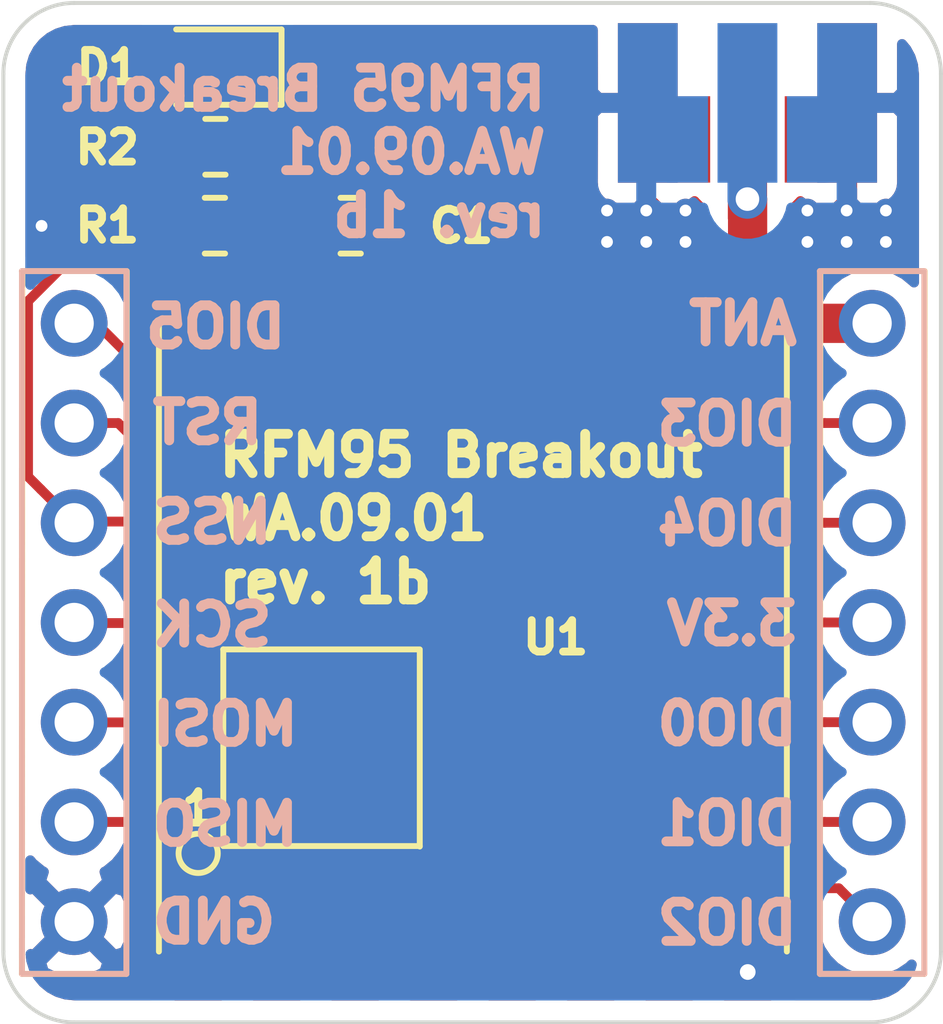
<source format=kicad_pcb>
(kicad_pcb (version 20171130) (host pcbnew "(5.1.4)-1")

  (general
    (thickness 1.6)
    (drawings 29)
    (tracks 95)
    (zones 0)
    (modules 8)
    (nets 16)
  )

  (page A4)
  (title_block
    (title "RFM95 Breakout Board")
    (date 2018-10-14)
    (rev 1b)
    (company WA)
  )

  (layers
    (0 F.Cu signal)
    (31 B.Cu signal)
    (32 B.Adhes user)
    (33 F.Adhes user)
    (34 B.Paste user)
    (35 F.Paste user)
    (36 B.SilkS user)
    (37 F.SilkS user)
    (38 B.Mask user)
    (39 F.Mask user)
    (40 Dwgs.User user)
    (41 Cmts.User user)
    (42 Eco1.User user)
    (43 Eco2.User user)
    (44 Edge.Cuts user)
    (45 Margin user)
    (46 B.CrtYd user)
    (47 F.CrtYd user)
    (48 B.Fab user)
    (49 F.Fab user)
  )

  (setup
    (last_trace_width 0.508)
    (user_trace_width 0.508)
    (user_trace_width 0.6)
    (user_trace_width 1)
    (trace_clearance 0.2)
    (zone_clearance 0.508)
    (zone_45_only no)
    (trace_min 0.2)
    (via_size 0.8)
    (via_drill 0.4)
    (via_min_size 0.4)
    (via_min_drill 0.3)
    (uvia_size 0.3)
    (uvia_drill 0.1)
    (uvias_allowed no)
    (uvia_min_size 0.2)
    (uvia_min_drill 0.1)
    (edge_width 0.1)
    (segment_width 0.1)
    (pcb_text_width 0.3)
    (pcb_text_size 1.5 1.5)
    (mod_edge_width 0.15)
    (mod_text_size 1 1)
    (mod_text_width 0.25)
    (pad_size 1.7 1.7)
    (pad_drill 1)
    (pad_to_mask_clearance 0.2)
    (solder_mask_min_width 0.25)
    (aux_axis_origin 0 0)
    (visible_elements 7FFFFFFF)
    (pcbplotparams
      (layerselection 0x010fc_ffffffff)
      (usegerberextensions true)
      (usegerberattributes false)
      (usegerberadvancedattributes false)
      (creategerberjobfile false)
      (excludeedgelayer true)
      (linewidth 0.100000)
      (plotframeref false)
      (viasonmask false)
      (mode 1)
      (useauxorigin false)
      (hpglpennumber 1)
      (hpglpenspeed 20)
      (hpglpendiameter 15.000000)
      (psnegative false)
      (psa4output false)
      (plotreference true)
      (plotvalue true)
      (plotinvisibletext false)
      (padsonsilk false)
      (subtractmaskfromsilk false)
      (outputformat 1)
      (mirror false)
      (drillshape 0)
      (scaleselection 1)
      (outputdirectory "gerber/"))
  )

  (net 0 "")
  (net 1 GND)
  (net 2 +3V3)
  (net 3 /MISO)
  (net 4 /MOSI)
  (net 5 /SCK)
  (net 6 /NSS)
  (net 7 /RST)
  (net 8 /DIO5)
  (net 9 /ANT)
  (net 10 /DIO3)
  (net 11 /DIO4)
  (net 12 /DIO0)
  (net 13 /DIO1)
  (net 14 /DIO2)
  (net 15 "Net-(D1-Pad2)")

  (net_class Default "This is the default net class."
    (clearance 0.2)
    (trace_width 0.25)
    (via_dia 0.8)
    (via_drill 0.4)
    (uvia_dia 0.3)
    (uvia_drill 0.1)
    (add_net +3V3)
    (add_net /ANT)
    (add_net /DIO0)
    (add_net /DIO1)
    (add_net /DIO2)
    (add_net /DIO3)
    (add_net /DIO4)
    (add_net /DIO5)
    (add_net /MISO)
    (add_net /MOSI)
    (add_net /NSS)
    (add_net /RST)
    (add_net /SCK)
    (add_net GND)
    (add_net "Net-(D1-Pad2)")
  )

  (module lib_fp:RFM95W (layer F.Cu) (tedit 5DB5802F) (tstamp 5DB5AB91)
    (at 128.1303 92.2782 90)
    (path /5DB4FF16)
    (attr smd)
    (fp_text reference U1 (at 0 2.1082 180) (layer F.SilkS)
      (effects (font (size 0.8 0.8) (thickness 0.2)))
    )
    (fp_text value RFM95W (at 0 -9 90) (layer F.Fab)
      (effects (font (size 1 1) (thickness 0.15)))
    )
    (fp_line (start -8 -8) (end 8 -8) (layer F.SilkS) (width 0.15))
    (fp_line (start -8 8) (end 8 8) (layer F.SilkS) (width 0.15))
    (fp_circle (center -5.5 -7) (end -5.5 -6.5) (layer F.SilkS) (width 0.15))
    (pad 16 smd rect (at 8 -7 90) (size 2.5 1.2) (layers F.Cu F.Paste F.Mask)
      (net 14 /DIO2))
    (pad 15 smd rect (at 8 -5 90) (size 2.5 1.2) (layers F.Cu F.Paste F.Mask)
      (net 13 /DIO1))
    (pad 14 smd rect (at 8 -3 90) (size 2.5 1.2) (layers F.Cu F.Paste F.Mask)
      (net 12 /DIO0))
    (pad 13 smd rect (at 8 -1 90) (size 2.5 1.2) (layers F.Cu F.Paste F.Mask)
      (net 2 +3V3))
    (pad 12 smd rect (at 8 1 90) (size 2.5 1.2) (layers F.Cu F.Paste F.Mask)
      (net 11 /DIO4))
    (pad 11 smd rect (at 8 3 90) (size 2.5 1.2) (layers F.Cu F.Paste F.Mask)
      (net 10 /DIO3))
    (pad 10 smd rect (at 8 5 90) (size 2.5 1.2) (layers F.Cu F.Paste F.Mask)
      (net 1 GND))
    (pad 9 smd rect (at 8 7 90) (size 2.5 1.2) (layers F.Cu F.Paste F.Mask)
      (net 9 /ANT))
    (pad 8 smd rect (at -8 7 90) (size 2.5 1.2) (layers F.Cu F.Paste F.Mask)
      (net 1 GND))
    (pad 7 smd rect (at -8 5 90) (size 2.5 1.2) (layers F.Cu F.Paste F.Mask)
      (net 8 /DIO5))
    (pad 6 smd rect (at -8 3 90) (size 2.5 1.2) (layers F.Cu F.Paste F.Mask)
      (net 7 /RST))
    (pad 5 smd rect (at -8 1 90) (size 2.5 1.2) (layers F.Cu F.Paste F.Mask)
      (net 6 /NSS))
    (pad 4 smd rect (at -8 -1 90) (size 2.5 1.2) (layers F.Cu F.Paste F.Mask)
      (net 5 /SCK))
    (pad 3 smd rect (at -8 -3 90) (size 2.5 1.2) (layers F.Cu F.Paste F.Mask)
      (net 4 /MOSI))
    (pad 2 smd rect (at -8 -5 90) (size 2.5 1.2) (layers F.Cu F.Paste F.Mask)
      (net 3 /MISO))
    (pad 1 smd rect (at -8 -7 90) (size 2.5 1.2) (layers F.Cu F.Paste F.Mask)
      (net 1 GND))
    (model C:/Engineering/KiCAD_Libraries/3D/Modules/VRML/RFM95W.wrl
      (at (xyz 0 0 0))
      (scale (xyz 1 1 1))
      (rotate (xyz 0 0 0))
    )
    (model ${KIPRJMOD}/lib_3D/RFM9xW.step
      (offset (xyz 8 8 1))
      (scale (xyz 1 1 1))
      (rotate (xyz 0 0 180))
    )
  )

  (module lib_fp:Connector_Coaxial_SMA_edge_combined (layer B.Cu) (tedit 5DB57469) (tstamp 5DB58A29)
    (at 135.1262 78.6638 180)
    (path /5BC28DAD)
    (fp_text reference J3 (at 3.224 -1.4224) (layer B.SilkS) hide
      (effects (font (size 1 1) (thickness 0.25)) (justify mirror))
    )
    (fp_text value Conn_Coaxial (at 0.9507 0.7874) (layer B.SilkS) hide
      (effects (font (size 1 1) (thickness 0.25)) (justify mirror))
    )
    (pad 1 thru_hole circle (at 0 -2.45 180) (size 1 1) (drill 0.6) (layers *.Cu *.Mask)
      (net 9 /ANT))
    (pad 1 smd rect (at 0 -2.435 180) (size 1 1.05) (layers F.Cu F.Paste F.Mask)
      (net 9 /ANT))
    (pad 2 smd rect (at -1.475 -0.93 180) (size 1.05 2.2) (layers F.Cu F.Paste F.Mask)
      (net 1 GND))
    (pad 2 smd rect (at 1.475 -0.93 180) (size 1.05 2.2) (layers F.Cu F.Paste F.Mask)
      (net 1 GND))
    (pad 2 smd rect (at -1.53 -0.93 180) (size 1.05 2.2) (layers B.Cu B.Paste B.Mask)
      (net 1 GND))
    (pad 2 smd rect (at 1.53 -0.93 180) (size 1.05 2.2) (layers B.Cu B.Paste B.Mask)
      (net 1 GND))
    (pad 1 smd rect (at 0 0 180) (size 1.524 4.064) (layers B.Cu B.Paste B.Mask)
      (net 9 /ANT))
    (pad 2 smd rect (at -2.54 0 180) (size 1.524 4.064) (layers B.Cu B.Paste B.Mask)
      (net 1 GND))
    (pad 2 smd rect (at 2.54 0 180) (size 1.524 4.064) (layers B.Cu B.Paste B.Mask)
      (net 1 GND))
    (pad 2 smd rect (at -2.54 0 180) (size 1.524 4.064) (layers F.Cu F.Paste F.Mask)
      (net 1 GND))
    (pad 2 smd rect (at 2.54 0 180) (size 1.524 4.064) (layers F.Cu F.Paste F.Mask)
      (net 1 GND))
    (model ${KIPRJMOD}/lib_3D/Connector_Coaxial_SMA_edge_clear.wrl
      (at (xyz 0 0 0))
      (scale (xyz 1 1 1))
      (rotate (xyz 180 180 0))
    )
    (model "${KIPRJMOD}/lib_3D/Connector Coaxial U.FL_Hirose_U.FL-R-SMT-1_Vertical.step"
      (offset (xyz 0 -0.9 -2))
      (scale (xyz 1 1 1))
      (rotate (xyz 180 0 0))
    )
    (model ${KIPRJMOD}/lib_3D/Connector_Coaxial_SMA_edge_clear.step
      (offset (xyz 0 2.7 -1))
      (scale (xyz 1 1 1))
      (rotate (xyz 90 180 0))
    )
  )

  (module Capacitor_SMD:C_0805_2012Metric (layer F.Cu) (tedit 5BC3373A) (tstamp 5BCEC584)
    (at 125.01626 81.79054 180)
    (descr "Capacitor SMD 0805 (2012 Metric), square (rectangular) end terminal, IPC_7351 nominal, (Body size source: https://docs.google.com/spreadsheets/d/1BsfQQcO9C6DZCsRaXUlFlo91Tg2WpOkGARC1WS5S8t0/edit?usp=sharing), generated with kicad-footprint-generator")
    (tags capacitor)
    (path /5BC27990)
    (attr smd)
    (fp_text reference C1 (at -2.82194 -0.01016 180) (layer F.SilkS)
      (effects (font (size 0.8 0.8) (thickness 0.2)))
    )
    (fp_text value 10uF (at 0 1.65 180) (layer F.Fab)
      (effects (font (size 1 1) (thickness 0.25)))
    )
    (fp_text user %R (at 0 0 180) (layer F.Fab)
      (effects (font (size 1 1) (thickness 0.25)))
    )
    (fp_line (start 1.68 0.95) (end -1.68 0.95) (layer F.CrtYd) (width 0.05))
    (fp_line (start 1.68 -0.95) (end 1.68 0.95) (layer F.CrtYd) (width 0.05))
    (fp_line (start -1.68 -0.95) (end 1.68 -0.95) (layer F.CrtYd) (width 0.05))
    (fp_line (start -1.68 0.95) (end -1.68 -0.95) (layer F.CrtYd) (width 0.05))
    (fp_line (start -0.258578 0.71) (end 0.258578 0.71) (layer F.SilkS) (width 0.15))
    (fp_line (start -0.258578 -0.71) (end 0.258578 -0.71) (layer F.SilkS) (width 0.15))
    (fp_line (start 1 0.6) (end -1 0.6) (layer F.Fab) (width 0.15))
    (fp_line (start 1 -0.6) (end 1 0.6) (layer F.Fab) (width 0.15))
    (fp_line (start -1 -0.6) (end 1 -0.6) (layer F.Fab) (width 0.15))
    (fp_line (start -1 0.6) (end -1 -0.6) (layer F.Fab) (width 0.15))
    (pad 2 smd roundrect (at 0.9375 0 180) (size 0.975 1.4) (layers F.Cu F.Paste F.Mask) (roundrect_rratio 0.25)
      (net 2 +3V3))
    (pad 1 smd roundrect (at -0.9375 0 180) (size 0.975 1.4) (layers F.Cu F.Paste F.Mask) (roundrect_rratio 0.25)
      (net 1 GND))
    (model ${KISYS3DMOD}/Capacitor_SMD.3dshapes/C_0805_2012Metric.wrl
      (at (xyz 0 0 0))
      (scale (xyz 1 1 1))
      (rotate (xyz 0 0 0))
    )
  )

  (module Resistor_SMD:R_0805_2012Metric (layer F.Cu) (tedit 5BC3375F) (tstamp 5C0B01AC)
    (at 121.55678 81.79054 180)
    (descr "Resistor SMD 0805 (2012 Metric), square (rectangular) end terminal, IPC_7351 nominal, (Body size source: https://docs.google.com/spreadsheets/d/1BsfQQcO9C6DZCsRaXUlFlo91Tg2WpOkGARC1WS5S8t0/edit?usp=sharing), generated with kicad-footprint-generator")
    (tags resistor)
    (path /5BC2924A)
    (attr smd)
    (fp_text reference R1 (at 2.7432 0.00254 180) (layer F.SilkS)
      (effects (font (size 0.8 0.8) (thickness 0.2)))
    )
    (fp_text value 10k (at 0 1.65 180) (layer F.Fab)
      (effects (font (size 1 1) (thickness 0.25)))
    )
    (fp_line (start -1 0.6) (end -1 -0.6) (layer F.Fab) (width 0.15))
    (fp_line (start -1 -0.6) (end 1 -0.6) (layer F.Fab) (width 0.15))
    (fp_line (start 1 -0.6) (end 1 0.6) (layer F.Fab) (width 0.15))
    (fp_line (start 1 0.6) (end -1 0.6) (layer F.Fab) (width 0.15))
    (fp_line (start -0.258578 -0.71) (end 0.258578 -0.71) (layer F.SilkS) (width 0.15))
    (fp_line (start -0.258578 0.71) (end 0.258578 0.71) (layer F.SilkS) (width 0.15))
    (fp_line (start -1.68 0.95) (end -1.68 -0.95) (layer F.CrtYd) (width 0.05))
    (fp_line (start -1.68 -0.95) (end 1.68 -0.95) (layer F.CrtYd) (width 0.05))
    (fp_line (start 1.68 -0.95) (end 1.68 0.95) (layer F.CrtYd) (width 0.05))
    (fp_line (start 1.68 0.95) (end -1.68 0.95) (layer F.CrtYd) (width 0.05))
    (fp_text user %R (at 0 0 180) (layer F.Fab)
      (effects (font (size 1 1) (thickness 0.25)))
    )
    (pad 1 smd roundrect (at -0.9375 0 180) (size 0.975 1.4) (layers F.Cu F.Paste F.Mask) (roundrect_rratio 0.25)
      (net 2 +3V3))
    (pad 2 smd roundrect (at 0.9375 0 180) (size 0.975 1.4) (layers F.Cu F.Paste F.Mask) (roundrect_rratio 0.25)
      (net 6 /NSS))
    (model ${KISYS3DMOD}/Resistor_SMD.3dshapes/R_0805_2012Metric.wrl
      (at (xyz 0 0 0))
      (scale (xyz 1 1 1))
      (rotate (xyz 0 0 0))
    )
  )

  (module LED_SMD:LED_0805_2012Metric (layer F.Cu) (tedit 5BC33745) (tstamp 5BDAC187)
    (at 121.56948 77.75194 180)
    (descr "LED SMD 0805 (2012 Metric), square (rectangular) end terminal, IPC_7351 nominal, (Body size source: https://docs.google.com/spreadsheets/d/1BsfQQcO9C6DZCsRaXUlFlo91Tg2WpOkGARC1WS5S8t0/edit?usp=sharing), generated with kicad-footprint-generator")
    (tags diode)
    (path /5BC3DBA4)
    (attr smd)
    (fp_text reference D1 (at 2.72796 -0.00254 180) (layer F.SilkS)
      (effects (font (size 0.8 0.8) (thickness 0.2)))
    )
    (fp_text value LED (at -3.27152 0.09144 180) (layer F.Fab)
      (effects (font (size 1 1) (thickness 0.25)))
    )
    (fp_line (start 1 -0.6) (end -0.7 -0.6) (layer F.Fab) (width 0.15))
    (fp_line (start -0.7 -0.6) (end -1 -0.3) (layer F.Fab) (width 0.15))
    (fp_line (start -1 -0.3) (end -1 0.6) (layer F.Fab) (width 0.15))
    (fp_line (start -1 0.6) (end 1 0.6) (layer F.Fab) (width 0.15))
    (fp_line (start 1 0.6) (end 1 -0.6) (layer F.Fab) (width 0.15))
    (fp_line (start 1 -0.96) (end -1.685 -0.96) (layer F.SilkS) (width 0.15))
    (fp_line (start -1.685 -0.96) (end -1.685 0.96) (layer F.SilkS) (width 0.15))
    (fp_line (start -1.685 0.96) (end 1 0.96) (layer F.SilkS) (width 0.15))
    (fp_line (start -1.68 0.95) (end -1.68 -0.95) (layer F.CrtYd) (width 0.05))
    (fp_line (start -1.68 -0.95) (end 1.68 -0.95) (layer F.CrtYd) (width 0.05))
    (fp_line (start 1.68 -0.95) (end 1.68 0.95) (layer F.CrtYd) (width 0.05))
    (fp_line (start 1.68 0.95) (end -1.68 0.95) (layer F.CrtYd) (width 0.05))
    (fp_text user %R (at 0 0 180) (layer F.Fab)
      (effects (font (size 1 1) (thickness 0.25)))
    )
    (pad 1 smd roundrect (at -0.9375 0 180) (size 0.975 1.4) (layers F.Cu F.Paste F.Mask) (roundrect_rratio 0.25)
      (net 1 GND))
    (pad 2 smd roundrect (at 0.9375 0 180) (size 0.975 1.4) (layers F.Cu F.Paste F.Mask) (roundrect_rratio 0.25)
      (net 15 "Net-(D1-Pad2)"))
    (model ${KISYS3DMOD}/LED_SMD.3dshapes/LED_0805_2012Metric.wrl
      (at (xyz 0 0 0))
      (scale (xyz 1 1 1))
      (rotate (xyz 0 0 0))
    )
  )

  (module Resistor_SMD:R_0805_2012Metric (layer F.Cu) (tedit 5BC33751) (tstamp 5BDAC198)
    (at 121.56948 79.7814)
    (descr "Resistor SMD 0805 (2012 Metric), square (rectangular) end terminal, IPC_7351 nominal, (Body size source: https://docs.google.com/spreadsheets/d/1BsfQQcO9C6DZCsRaXUlFlo91Tg2WpOkGARC1WS5S8t0/edit?usp=sharing), generated with kicad-footprint-generator")
    (tags resistor)
    (path /5BC3DC52)
    (attr smd)
    (fp_text reference R2 (at -2.7559 0.01778) (layer F.SilkS)
      (effects (font (size 0.8 0.8) (thickness 0.2)))
    )
    (fp_text value 330 (at 0 1.65) (layer F.Fab)
      (effects (font (size 1 1) (thickness 0.25)))
    )
    (fp_line (start -1 0.6) (end -1 -0.6) (layer F.Fab) (width 0.15))
    (fp_line (start -1 -0.6) (end 1 -0.6) (layer F.Fab) (width 0.15))
    (fp_line (start 1 -0.6) (end 1 0.6) (layer F.Fab) (width 0.15))
    (fp_line (start 1 0.6) (end -1 0.6) (layer F.Fab) (width 0.15))
    (fp_line (start -0.258578 -0.71) (end 0.258578 -0.71) (layer F.SilkS) (width 0.15))
    (fp_line (start -0.258578 0.71) (end 0.258578 0.71) (layer F.SilkS) (width 0.15))
    (fp_line (start -1.68 0.95) (end -1.68 -0.95) (layer F.CrtYd) (width 0.05))
    (fp_line (start -1.68 -0.95) (end 1.68 -0.95) (layer F.CrtYd) (width 0.05))
    (fp_line (start 1.68 -0.95) (end 1.68 0.95) (layer F.CrtYd) (width 0.05))
    (fp_line (start 1.68 0.95) (end -1.68 0.95) (layer F.CrtYd) (width 0.05))
    (fp_text user %R (at 0 0) (layer F.Fab)
      (effects (font (size 1 1) (thickness 0.25)))
    )
    (pad 1 smd roundrect (at -0.9375 0) (size 0.975 1.4) (layers F.Cu F.Paste F.Mask) (roundrect_rratio 0.25)
      (net 15 "Net-(D1-Pad2)"))
    (pad 2 smd roundrect (at 0.9375 0) (size 0.975 1.4) (layers F.Cu F.Paste F.Mask) (roundrect_rratio 0.25)
      (net 2 +3V3))
    (model ${KISYS3DMOD}/Resistor_SMD.3dshapes/R_0805_2012Metric.wrl
      (at (xyz 0 0 0))
      (scale (xyz 1 1 1))
      (rotate (xyz 0 0 0))
    )
  )

  (module lib_fp:PinHeader_1x07_P2.54mm_Vertical_2 (layer B.Cu) (tedit 5BC2CF9D) (tstamp 5C23BB46)
    (at 117.9703 99.5172)
    (descr "Through hole straight pin header, 1x07, 2.54mm pitch, single row")
    (tags "Through hole pin header THT 1x07 2.54mm single row")
    (path /5BC2D76F)
    (fp_text reference J1 (at 1.9812 -1.7145) (layer B.SilkS) hide
      (effects (font (size 1 1) (thickness 0.25)) (justify mirror))
    )
    (fp_text value Conn_01x07 (at 4.2672 -17.7927) (layer B.Fab)
      (effects (font (size 1 1) (thickness 0.25)) (justify mirror))
    )
    (fp_line (start -1.33 1.33) (end 1.33 1.33) (layer B.SilkS) (width 0.15))
    (fp_line (start -1.33 -16.57) (end 1.33 -16.57) (layer F.SilkS) (width 0.15))
    (fp_line (start -1.33 1.33) (end -1.32 -16.57) (layer F.SilkS) (width 0.15))
    (fp_line (start 1.33 1.33) (end 1.34 -16.57) (layer F.SilkS) (width 0.15))
    (fp_line (start -1.33 1.33) (end 1.33 1.33) (layer F.SilkS) (width 0.15))
    (fp_text user %R (at 0 -7.62 -90) (layer B.Fab)
      (effects (font (size 1 1) (thickness 0.25)) (justify mirror))
    )
    (fp_line (start 1.8 1.8) (end -1.8 1.8) (layer B.CrtYd) (width 0.05))
    (fp_line (start 1.8 -17.05) (end 1.8 1.8) (layer B.CrtYd) (width 0.05))
    (fp_line (start -1.8 -17.05) (end 1.8 -17.05) (layer B.CrtYd) (width 0.05))
    (fp_line (start -1.8 1.8) (end -1.8 -17.05) (layer B.CrtYd) (width 0.05))
    (fp_line (start 1.33 1.33) (end 1.33 -16.57) (layer B.SilkS) (width 0.15))
    (fp_line (start -1.33 1.33) (end -1.33 -16.57) (layer B.SilkS) (width 0.15))
    (fp_line (start -1.33 -16.57) (end 1.33 -16.57) (layer B.SilkS) (width 0.15))
    (fp_line (start -1.27 0.635) (end -0.635 1.27) (layer B.Fab) (width 0.15))
    (fp_line (start -1.27 -16.51) (end -1.27 0.635) (layer B.Fab) (width 0.15))
    (fp_line (start 1.27 -16.51) (end -1.27 -16.51) (layer B.Fab) (width 0.15))
    (fp_line (start 1.27 1.27) (end 1.27 -16.51) (layer B.Fab) (width 0.15))
    (fp_line (start -0.635 1.27) (end 1.27 1.27) (layer B.Fab) (width 0.15))
    (pad 7 thru_hole oval (at 0 -15.24) (size 1.7 1.7) (drill 1) (layers *.Cu *.Mask)
      (net 8 /DIO5))
    (pad 6 thru_hole oval (at 0 -12.7) (size 1.7 1.7) (drill 1) (layers *.Cu *.Mask)
      (net 7 /RST))
    (pad 5 thru_hole oval (at 0 -10.16) (size 1.7 1.7) (drill 1) (layers *.Cu *.Mask)
      (net 6 /NSS))
    (pad 4 thru_hole oval (at 0 -7.62) (size 1.7 1.7) (drill 1) (layers *.Cu *.Mask)
      (net 5 /SCK))
    (pad 3 thru_hole oval (at 0 -5.08) (size 1.7 1.7) (drill 1) (layers *.Cu *.Mask)
      (net 4 /MOSI))
    (pad 2 thru_hole oval (at 0 -2.54) (size 1.7 1.7) (drill 1) (layers *.Cu *.Mask)
      (net 3 /MISO))
    (pad 1 thru_hole circle (at 0 0) (size 1.7 1.7) (drill 1) (layers *.Cu *.Mask)
      (net 1 GND))
    (model ${KISYS3DMOD}/Connector_PinHeader_2.54mm.3dshapes/PinHeader_1x07_P2.54mm_Vertical.wrl
      (at (xyz 0 0 0))
      (scale (xyz 1 1 1))
      (rotate (xyz 0 0 0))
    )
  )

  (module lib_fp:PinHeader_1x07_P2.54mm_Vertical_2 (layer B.Cu) (tedit 5BC38134) (tstamp 5C23BCB9)
    (at 138.303 99.5172)
    (descr "Through hole straight pin header, 1x07, 2.54mm pitch, single row")
    (tags "Through hole pin header THT 1x07 2.54mm single row")
    (path /5BC2D860)
    (fp_text reference J2 (at -2.032 -1.8542) (layer B.SilkS) hide
      (effects (font (size 1 1) (thickness 0.25)) (justify mirror))
    )
    (fp_text value Conn_01x07 (at -4.41706 -17.39138) (layer B.Fab) hide
      (effects (font (size 1 1) (thickness 0.25)) (justify mirror))
    )
    (fp_line (start -1.33 1.33) (end 1.33 1.33) (layer B.SilkS) (width 0.15))
    (fp_line (start -1.33 -16.57) (end 1.33 -16.57) (layer F.SilkS) (width 0.15))
    (fp_line (start -1.33 1.33) (end -1.32 -16.57) (layer F.SilkS) (width 0.15))
    (fp_line (start 1.33 1.33) (end 1.34 -16.57) (layer F.SilkS) (width 0.15))
    (fp_line (start -1.33 1.33) (end 1.33 1.33) (layer F.SilkS) (width 0.15))
    (fp_text user %R (at 0 -7.62 -90) (layer B.Fab)
      (effects (font (size 1 1) (thickness 0.25)) (justify mirror))
    )
    (fp_line (start 1.8 1.8) (end -1.8 1.8) (layer B.CrtYd) (width 0.05))
    (fp_line (start 1.8 -17.05) (end 1.8 1.8) (layer B.CrtYd) (width 0.05))
    (fp_line (start -1.8 -17.05) (end 1.8 -17.05) (layer B.CrtYd) (width 0.05))
    (fp_line (start -1.8 1.8) (end -1.8 -17.05) (layer B.CrtYd) (width 0.05))
    (fp_line (start 1.33 1.33) (end 1.33 -16.57) (layer B.SilkS) (width 0.15))
    (fp_line (start -1.33 1.33) (end -1.33 -16.57) (layer B.SilkS) (width 0.15))
    (fp_line (start -1.33 -16.57) (end 1.33 -16.57) (layer B.SilkS) (width 0.15))
    (fp_line (start -1.27 0.635) (end -0.635 1.27) (layer B.Fab) (width 0.15))
    (fp_line (start -1.27 -16.51) (end -1.27 0.635) (layer B.Fab) (width 0.15))
    (fp_line (start 1.27 -16.51) (end -1.27 -16.51) (layer B.Fab) (width 0.15))
    (fp_line (start 1.27 1.27) (end 1.27 -16.51) (layer B.Fab) (width 0.15))
    (fp_line (start -0.635 1.27) (end 1.27 1.27) (layer B.Fab) (width 0.15))
    (pad 7 thru_hole oval (at 0 -15.24) (size 1.7 1.7) (drill 1) (layers *.Cu *.Mask)
      (net 9 /ANT))
    (pad 6 thru_hole oval (at 0 -12.7) (size 1.7 1.7) (drill 1) (layers *.Cu *.Mask)
      (net 10 /DIO3))
    (pad 5 thru_hole oval (at 0 -10.16) (size 1.7 1.7) (drill 1) (layers *.Cu *.Mask)
      (net 11 /DIO4))
    (pad 4 thru_hole oval (at 0 -7.62) (size 1.7 1.7) (drill 1) (layers *.Cu *.Mask)
      (net 2 +3V3))
    (pad 3 thru_hole oval (at 0 -5.08) (size 1.7 1.7) (drill 1) (layers *.Cu *.Mask)
      (net 12 /DIO0))
    (pad 2 thru_hole oval (at 0 -2.54) (size 1.7 1.7) (drill 1) (layers *.Cu *.Mask)
      (net 13 /DIO1))
    (pad 1 thru_hole circle (at 0 0) (size 1.7 1.7) (drill 1) (layers *.Cu *.Mask)
      (net 14 /DIO2))
    (model ${KISYS3DMOD}/Connector_PinHeader_2.54mm.3dshapes/PinHeader_1x07_P2.54mm_Vertical.wrl
      (at (xyz 0 0 0))
      (scale (xyz 1 1 1))
      (rotate (xyz 0 0 0))
    )
  )

  (gr_text "RFM95 Breakout\nWA.09.01\nrev. 1b" (at 130.10642 79.92618) (layer B.SilkS) (tstamp 5C2FC3B2)
    (effects (font (size 1 1) (thickness 0.25)) (justify left mirror))
  )
  (gr_text "RFM95 Breakout\nWA.09.01\nrev. 1b" (at 121.54154 89.25306) (layer F.SilkS)
    (effects (font (size 1 1) (thickness 0.25)) (justify left))
  )
  (gr_text DIO2 (at 136.50976 99.55784) (layer B.SilkS)
    (effects (font (size 1 1) (thickness 0.25)) (justify left mirror))
  )
  (gr_text DIO1 (at 136.50976 97.02292) (layer B.SilkS)
    (effects (font (size 1 1) (thickness 0.25)) (justify left mirror))
  )
  (gr_text DIO0 (at 136.50976 94.47784) (layer B.SilkS)
    (effects (font (size 1 1) (thickness 0.25)) (justify left mirror))
  )
  (gr_text 3.3V (at 136.50976 91.93276) (layer B.SilkS)
    (effects (font (size 1 1) (thickness 0.25)) (justify left mirror))
  )
  (gr_text DIO4 (at 136.50976 89.39022) (layer B.SilkS)
    (effects (font (size 1 1) (thickness 0.25)) (justify left mirror))
  )
  (gr_text DIO3 (at 136.50976 86.84514) (layer B.SilkS)
    (effects (font (size 1 1) (thickness 0.25)) (justify left mirror))
  )
  (gr_text ANT (at 136.50976 84.2899) (layer B.SilkS)
    (effects (font (size 1 1) (thickness 0.25)) (justify left mirror))
  )
  (gr_text GND (at 119.84736 99.5299) (layer B.SilkS)
    (effects (font (size 1 1) (thickness 0.25)) (justify right mirror))
  )
  (gr_text MISO (at 119.84736 97.03816) (layer B.SilkS)
    (effects (font (size 1 1) (thickness 0.25)) (justify right mirror))
  )
  (gr_text MOSI (at 119.84736 94.49054) (layer B.SilkS)
    (effects (font (size 1 1) (thickness 0.25)) (justify right mirror))
  )
  (gr_text SCK (at 119.84736 91.9607) (layer B.SilkS)
    (effects (font (size 1 1) (thickness 0.25)) (justify right mirror))
  )
  (gr_text NSS (at 119.84736 89.3445) (layer B.SilkS)
    (effects (font (size 1 1) (thickness 0.25)) (justify right mirror))
  )
  (gr_text RST (at 119.84736 86.80958) (layer B.SilkS)
    (effects (font (size 1 1) (thickness 0.25)) (justify right mirror))
  )
  (gr_text DIO5 (at 121.57456 84.36864) (layer B.SilkS)
    (effects (font (size 1 1) (thickness 0.25)) (justify mirror))
  )
  (gr_line (start 121.7676 92.583) (end 126.77648 92.583) (layer F.SilkS) (width 0.15) (tstamp 5C0AF562))
  (gr_line (start 126.77648 97.60458) (end 126.77648 92.5957) (layer F.SilkS) (width 0.15) (tstamp 5C0AF561))
  (gr_line (start 126.77902 97.59188) (end 121.77014 97.59188) (layer F.SilkS) (width 0.15) (tstamp 5C0AF559))
  (gr_line (start 121.77014 92.583) (end 121.77014 97.59188) (layer F.SilkS) (width 0.15))
  (gr_text 1 (at 121.1326 96.6343) (layer F.SilkS)
    (effects (font (size 0.8 0.8) (thickness 0.2)))
  )
  (gr_arc (start 117.9703 77.92212) (end 117.9703 76.11872) (angle -90) (layer Edge.Cuts) (width 0.1) (tstamp 5BFEDB09))
  (gr_arc (start 138.2522 77.92212) (end 140.0556 77.92212) (angle -90) (layer Edge.Cuts) (width 0.1) (tstamp 5BFEDACD))
  (gr_arc (start 138.2522 100.2792) (end 138.2522 102.0826) (angle -90) (layer Edge.Cuts) (width 0.1) (tstamp 5BFEDAB6))
  (gr_arc (start 117.9703 100.2792) (end 116.1669 100.2792) (angle -90) (layer Edge.Cuts) (width 0.1))
  (gr_line (start 138.2522 76.11872) (end 117.9703 76.11872) (layer Edge.Cuts) (width 0.1))
  (gr_line (start 140.0556 100.2792) (end 140.0556 77.92212) (layer Edge.Cuts) (width 0.1))
  (gr_line (start 117.9703 102.0826) (end 138.2522 102.0826) (layer Edge.Cuts) (width 0.1) (tstamp 5BFED8D7))
  (gr_line (start 116.1669 77.92212) (end 116.1669 100.2792) (layer Edge.Cuts) (width 0.1))

  (segment (start 135.1303 100.2782) (end 135.153398 100.301298) (width 0.25) (layer F.Cu) (net 1))
  (segment (start 135.153398 100.301298) (end 135.153398 100.30968) (width 0.25) (layer F.Cu) (net 1))
  (via (at 135.13308 100.7999) (size 0.8) (drill 0.4) (layers F.Cu B.Cu) (net 1))
  (via (at 117.13972 81.79562) (size 0.6) (drill 0.3) (layers F.Cu B.Cu) (net 1) (tstamp 5BCFCB51))
  (segment (start 137.65784 78.3844) (end 136.72784 79.3144) (width 0.25) (layer F.Cu) (net 1))
  (segment (start 132.57784 78.3844) (end 133.50784 79.3144) (width 0.25) (layer F.Cu) (net 1))
  (via (at 131.54762 81.40446) (size 0.6) (drill 0.3) (layers F.Cu B.Cu) (net 1) (tstamp 5BCFC91A))
  (via (at 132.54762 81.40446) (size 0.6) (drill 0.3) (layers F.Cu B.Cu) (net 1) (tstamp 5BCFC91B))
  (via (at 133.54762 81.40446) (size 0.6) (drill 0.3) (layers F.Cu B.Cu) (net 1) (tstamp 5BCFC91C))
  (via (at 136.65354 81.40446) (size 0.6) (drill 0.3) (layers F.Cu B.Cu) (net 1) (tstamp 5BCFC920))
  (via (at 137.65354 81.40446) (size 0.6) (drill 0.3) (layers F.Cu B.Cu) (net 1) (tstamp 5BCFC921))
  (via (at 138.65354 81.40446) (size 0.6) (drill 0.3) (layers F.Cu B.Cu) (net 1) (tstamp 5BCFC922))
  (via (at 131.54762 82.20446) (size 0.6) (drill 0.3) (layers F.Cu B.Cu) (net 1) (tstamp 5BCFC927))
  (via (at 132.54762 82.20446) (size 0.6) (drill 0.3) (layers F.Cu B.Cu) (net 1) (tstamp 5BCFC928))
  (via (at 133.54762 82.20446) (size 0.6) (drill 0.3) (layers F.Cu B.Cu) (net 1) (tstamp 5BCFC929))
  (via (at 136.65354 82.20446) (size 0.6) (drill 0.3) (layers F.Cu B.Cu) (net 1) (tstamp 5BCFC92D))
  (via (at 137.65354 82.20446) (size 0.6) (drill 0.3) (layers F.Cu B.Cu) (net 1) (tstamp 5BCFC92E))
  (via (at 138.65354 82.20446) (size 0.6) (drill 0.3) (layers F.Cu B.Cu) (net 1) (tstamp 5BCFC92F))
  (segment (start 122.50698 77.9064) (end 122.50698 77.75194) (width 0.25) (layer F.Cu) (net 1))
  (segment (start 132.8212 79.5938) (end 132.54762 79.86738) (width 0.25) (layer B.Cu) (net 1))
  (segment (start 133.5962 79.5938) (end 132.8212 79.5938) (width 0.25) (layer B.Cu) (net 1))
  (segment (start 137.4312 79.5938) (end 137.65354 79.81614) (width 0.25) (layer B.Cu) (net 1))
  (segment (start 136.6562 79.5938) (end 137.4312 79.5938) (width 0.25) (layer B.Cu) (net 1))
  (segment (start 132.54762 78.70238) (end 132.5862 78.6638) (width 0.508) (layer B.Cu) (net 1))
  (segment (start 132.54762 81.40446) (end 132.54762 78.70238) (width 0.508) (layer B.Cu) (net 1))
  (segment (start 137.65354 78.67646) (end 137.6662 78.6638) (width 0.508) (layer B.Cu) (net 1))
  (segment (start 137.65354 81.40446) (end 137.65354 78.67646) (width 0.508) (layer B.Cu) (net 1))
  (segment (start 137.100919 91.8972) (end 138.303 91.8972) (width 0.25) (layer F.Cu) (net 2))
  (segment (start 134.15264 91.8972) (end 137.100919 91.8972) (width 0.25) (layer F.Cu) (net 2))
  (segment (start 127.1303 84.2782) (end 127.1303 84.87486) (width 0.25) (layer F.Cu) (net 2))
  (segment (start 127.1303 84.87486) (end 134.15264 91.8972) (width 0.25) (layer F.Cu) (net 2))
  (segment (start 122.50698 81.77784) (end 122.49428 81.79054) (width 0.25) (layer F.Cu) (net 2))
  (segment (start 122.50698 79.7814) (end 122.50698 81.77784) (width 0.25) (layer F.Cu) (net 2))
  (segment (start 122.49428 81.79054) (end 124.07876 81.79054) (width 0.25) (layer F.Cu) (net 2))
  (segment (start 127.1303 83.7782) (end 127.1303 84.2782) (width 0.25) (layer F.Cu) (net 2))
  (segment (start 126.16765 82.81555) (end 127.1303 83.7782) (width 0.25) (layer F.Cu) (net 2))
  (segment (start 125.10377 82.81555) (end 126.16765 82.81555) (width 0.25) (layer F.Cu) (net 2))
  (segment (start 124.07876 81.79054) (end 125.10377 82.81555) (width 0.25) (layer F.Cu) (net 2))
  (segment (start 123.1303 99.7782) (end 123.1303 100.2782) (width 0.25) (layer F.Cu) (net 3))
  (segment (start 120.3293 96.9772) (end 123.1303 99.7782) (width 0.25) (layer F.Cu) (net 3))
  (segment (start 117.9703 96.9772) (end 120.3293 96.9772) (width 0.25) (layer F.Cu) (net 3))
  (segment (start 125.1303 99.7782) (end 125.1303 100.2782) (width 0.25) (layer F.Cu) (net 4))
  (segment (start 119.79438 94.44228) (end 125.1303 99.7782) (width 0.25) (layer F.Cu) (net 4))
  (segment (start 117.9703 94.4372) (end 117.97538 94.44228) (width 0.25) (layer F.Cu) (net 4))
  (segment (start 117.97538 94.44228) (end 119.79438 94.44228) (width 0.25) (layer F.Cu) (net 4))
  (segment (start 127.1303 99.12426) (end 127.1303 100.2782) (width 0.25) (layer F.Cu) (net 5))
  (segment (start 119.91848 91.91244) (end 127.1303 99.12426) (width 0.25) (layer F.Cu) (net 5))
  (segment (start 117.9703 91.8972) (end 117.98554 91.91244) (width 0.25) (layer F.Cu) (net 5))
  (segment (start 117.98554 91.91244) (end 119.91848 91.91244) (width 0.25) (layer F.Cu) (net 5))
  (segment (start 117.120301 88.507201) (end 117.9703 89.3572) (width 0.25) (layer F.Cu) (net 6))
  (segment (start 116.795299 88.182199) (end 117.120301 88.507201) (width 0.25) (layer F.Cu) (net 6))
  (segment (start 116.795299 83.713199) (end 116.795299 88.182199) (width 0.25) (layer F.Cu) (net 6))
  (segment (start 129.1303 98.7265) (end 129.1303 100.2782) (width 0.25) (layer F.Cu) (net 6))
  (segment (start 119.73052 89.32672) (end 129.1303 98.7265) (width 0.25) (layer F.Cu) (net 6))
  (segment (start 117.9703 89.3572) (end 118.00078 89.32672) (width 0.25) (layer F.Cu) (net 6))
  (segment (start 118.00078 89.32672) (end 119.73052 89.32672) (width 0.25) (layer F.Cu) (net 6))
  (segment (start 118.717958 81.79054) (end 116.795299 83.713199) (width 0.25) (layer F.Cu) (net 6))
  (segment (start 120.61928 81.79054) (end 118.717958 81.79054) (width 0.25) (layer F.Cu) (net 6))
  (segment (start 131.1303 98.85706) (end 131.1303 100.2782) (width 0.25) (layer F.Cu) (net 7))
  (segment (start 117.9703 86.8172) (end 119.09044 86.8172) (width 0.25) (layer F.Cu) (net 7))
  (segment (start 119.09044 86.8172) (end 131.1303 98.85706) (width 0.25) (layer F.Cu) (net 7))
  (segment (start 133.1303 99.7782) (end 133.1303 100.2782) (width 0.25) (layer F.Cu) (net 8))
  (segment (start 133.1303 98.87078) (end 133.1303 99.7782) (width 0.25) (layer F.Cu) (net 8))
  (segment (start 117.9703 84.2772) (end 118.53672 84.2772) (width 0.25) (layer F.Cu) (net 8))
  (segment (start 118.53672 84.2772) (end 133.1303 98.87078) (width 0.25) (layer F.Cu) (net 8))
  (segment (start 138.302 84.2782) (end 138.303 84.2772) (width 1) (layer F.Cu) (net 9))
  (segment (start 135.1303 84.2782) (end 138.302 84.2782) (width 1) (layer F.Cu) (net 9))
  (segment (start 135.11784 80.8194) (end 135.11784 80.8194) (width 1) (layer F.Cu) (net 9))
  (segment (start 135.1303 84.2782) (end 135.1303 81.117198) (width 1) (layer F.Cu) (net 9))
  (segment (start 135.1303 81.117198) (end 135.12038 81.107278) (width 1) (layer F.Cu) (net 9))
  (via (at 135.12038 81.107278) (size 0.8) (drill 0.4) (layers F.Cu B.Cu) (net 9))
  (segment (start 135.11784 81.104738) (end 135.12038 81.107278) (width 1) (layer B.Cu) (net 9))
  (segment (start 135.11784 78.3844) (end 135.11784 81.104738) (width 1) (layer B.Cu) (net 9))
  (segment (start 137.100919 86.8172) (end 138.303 86.8172) (width 0.25) (layer F.Cu) (net 10))
  (segment (start 133.1693 86.8172) (end 137.100919 86.8172) (width 0.25) (layer F.Cu) (net 10))
  (segment (start 131.1303 84.7782) (end 133.1693 86.8172) (width 0.25) (layer F.Cu) (net 10))
  (segment (start 131.1303 84.2782) (end 131.1303 84.7782) (width 0.25) (layer F.Cu) (net 10))
  (segment (start 137.100919 89.3572) (end 138.303 89.3572) (width 0.25) (layer F.Cu) (net 11))
  (segment (start 133.7093 89.3572) (end 137.100919 89.3572) (width 0.25) (layer F.Cu) (net 11))
  (segment (start 129.1303 84.7782) (end 133.7093 89.3572) (width 0.25) (layer F.Cu) (net 11))
  (segment (start 129.1303 84.2782) (end 129.1303 84.7782) (width 0.25) (layer F.Cu) (net 11))
  (segment (start 137.100919 94.4372) (end 138.303 94.4372) (width 0.25) (layer F.Cu) (net 12))
  (segment (start 134.69112 94.4372) (end 137.100919 94.4372) (width 0.25) (layer F.Cu) (net 12))
  (segment (start 125.1303 84.2782) (end 125.1303 84.87638) (width 0.25) (layer F.Cu) (net 12))
  (segment (start 125.1303 84.87638) (end 134.69112 94.4372) (width 0.25) (layer F.Cu) (net 12))
  (segment (start 137.100919 96.9772) (end 138.303 96.9772) (width 0.25) (layer F.Cu) (net 13))
  (segment (start 135.31088 96.9772) (end 137.100919 96.9772) (width 0.25) (layer F.Cu) (net 13))
  (segment (start 123.1303 84.2782) (end 123.1303 84.79662) (width 0.25) (layer F.Cu) (net 13))
  (segment (start 123.1303 84.79662) (end 135.31088 96.9772) (width 0.25) (layer F.Cu) (net 13))
  (segment (start 137.453001 98.667201) (end 138.303 99.5172) (width 0.25) (layer F.Cu) (net 14))
  (segment (start 135.019681 98.667201) (end 137.453001 98.667201) (width 0.25) (layer F.Cu) (net 14))
  (segment (start 121.1303 84.2782) (end 121.1303 84.77782) (width 0.25) (layer F.Cu) (net 14))
  (segment (start 121.1303 84.77782) (end 135.019681 98.667201) (width 0.25) (layer F.Cu) (net 14))
  (segment (start 120.40592 79.58074) (end 120.44148 79.6163) (width 0.25) (layer F.Cu) (net 15))
  (segment (start 120.63198 77.75194) (end 120.63198 79.7814) (width 0.25) (layer F.Cu) (net 15))

  (zone (net 1) (net_name GND) (layer F.Cu) (tstamp 5BCFCDD1) (hatch edge 0.508)
    (connect_pads (clearance 0.508))
    (min_thickness 0.254)
    (fill yes (arc_segments 16) (thermal_gap 0.508) (thermal_bridge_width 0.508))
    (polygon
      (pts
        (xy 116.08054 76.05776) (xy 116.11864 102.12832) (xy 140.11148 102.12832) (xy 140.1064 76.04252)
      )
    )
    (filled_polygon
      (pts
        (xy 136.818 99.66346) (xy 136.875068 99.950358) (xy 136.98701 100.220611) (xy 137.149525 100.463832) (xy 137.356368 100.670675)
        (xy 137.599589 100.83319) (xy 137.869842 100.945132) (xy 138.15674 101.0022) (xy 138.44926 101.0022) (xy 138.736158 100.945132)
        (xy 139.006411 100.83319) (xy 139.249632 100.670675) (xy 139.312156 100.608151) (xy 139.283176 100.704135) (xy 139.181003 100.896295)
        (xy 139.043454 101.064947) (xy 138.875762 101.203673) (xy 138.684324 101.307183) (xy 138.476426 101.371539) (xy 138.228467 101.3976)
        (xy 136.367956 101.3976) (xy 136.3653 100.56395) (xy 136.20655 100.4052) (xy 135.2573 100.4052) (xy 135.2573 100.4252)
        (xy 135.0033 100.4252) (xy 135.0033 100.4052) (xy 134.9833 100.4052) (xy 134.9833 100.1512) (xy 135.0033 100.1512)
        (xy 135.0033 100.1312) (xy 135.2573 100.1312) (xy 135.2573 100.1512) (xy 136.20655 100.1512) (xy 136.3653 99.99245)
        (xy 136.367101 99.427201) (xy 136.818 99.427201)
      )
    )
    (filled_polygon
      (pts
        (xy 120.66878 98.391482) (xy 120.5303 98.390128) (xy 120.405818 98.402388) (xy 120.28612 98.438698) (xy 120.175806 98.497663)
        (xy 120.079115 98.577015) (xy 119.999763 98.673706) (xy 119.940798 98.78402) (xy 119.904488 98.903718) (xy 119.892228 99.0282)
        (xy 119.8953 99.99245) (xy 120.05405 100.1512) (xy 121.0033 100.1512) (xy 121.0033 100.1312) (xy 121.2573 100.1312)
        (xy 121.2573 100.1512) (xy 121.2773 100.1512) (xy 121.2773 100.4052) (xy 121.2573 100.4052) (xy 121.2573 100.4252)
        (xy 121.0033 100.4252) (xy 121.0033 100.4052) (xy 120.05405 100.4052) (xy 119.8953 100.56395) (xy 119.892644 101.3976)
        (xy 118.003804 101.3976) (xy 117.753704 101.373078) (xy 117.545365 101.310176) (xy 117.353205 101.208003) (xy 117.184553 101.070454)
        (xy 117.045827 100.902762) (xy 116.942317 100.711324) (xy 116.891016 100.545597) (xy 117.121508 100.545597) (xy 117.199143 100.794672)
        (xy 117.463183 100.920571) (xy 117.746711 100.992539) (xy 118.038831 101.007811) (xy 118.328319 100.965799) (xy 118.604047 100.868119)
        (xy 118.741457 100.794672) (xy 118.819092 100.545597) (xy 117.9703 99.696805) (xy 117.121508 100.545597) (xy 116.891016 100.545597)
        (xy 116.877961 100.503426) (xy 116.860862 100.340732) (xy 116.941903 100.365992) (xy 117.790695 99.5172) (xy 118.149905 99.5172)
        (xy 118.998697 100.365992) (xy 119.247772 100.288357) (xy 119.373671 100.024317) (xy 119.445639 99.740789) (xy 119.460911 99.448669)
        (xy 119.418899 99.159181) (xy 119.321219 98.883453) (xy 119.247772 98.746043) (xy 118.998697 98.668408) (xy 118.149905 99.5172)
        (xy 117.790695 99.5172) (xy 116.941903 98.668408) (xy 116.8519 98.696461) (xy 116.8519 97.955244) (xy 116.915166 98.032334)
        (xy 117.141286 98.217906) (xy 117.196711 98.247531) (xy 117.121508 98.488803) (xy 117.9703 99.337595) (xy 118.819092 98.488803)
        (xy 118.743889 98.247531) (xy 118.799314 98.217906) (xy 119.025434 98.032334) (xy 119.211006 97.806214) (xy 119.247895 97.7372)
        (xy 120.014499 97.7372)
      )
    )
    (filled_polygon
      (pts
        (xy 131.1892 78.37805) (xy 131.34795 78.5368) (xy 132.4592 78.5368) (xy 132.4592 78.5168) (xy 132.488215 78.5168)
        (xy 132.4912 79.30805) (xy 132.64995 79.4668) (xy 132.7132 79.4668) (xy 132.7132 79.7208) (xy 132.64995 79.7208)
        (xy 132.4912 79.87955) (xy 132.488128 80.6938) (xy 132.500388 80.818282) (xy 132.536698 80.93798) (xy 132.595663 81.048294)
        (xy 132.675015 81.144985) (xy 132.737026 81.195876) (xy 132.87195 81.3308) (xy 133.3482 81.333872) (xy 133.472682 81.321612)
        (xy 133.59238 81.285302) (xy 133.702694 81.226337) (xy 133.7782 81.164371) (xy 133.7782 81.17005) (xy 133.93695 81.3288)
        (xy 133.988128 81.329457) (xy 133.988128 81.6238) (xy 133.995301 81.696629) (xy 133.995301 82.449827) (xy 133.97448 82.438698)
        (xy 133.854782 82.402388) (xy 133.7303 82.390128) (xy 133.41605 82.3932) (xy 133.2573 82.55195) (xy 133.2573 84.1512)
        (xy 133.2773 84.1512) (xy 133.2773 84.4052) (xy 133.2573 84.4052) (xy 133.2573 84.4252) (xy 133.0033 84.4252)
        (xy 133.0033 84.4052) (xy 132.9833 84.4052) (xy 132.9833 84.1512) (xy 133.0033 84.1512) (xy 133.0033 82.55195)
        (xy 132.84455 82.3932) (xy 132.5303 82.390128) (xy 132.405818 82.402388) (xy 132.28612 82.438698) (xy 132.175806 82.497663)
        (xy 132.1303 82.535009) (xy 132.084794 82.497663) (xy 131.97448 82.438698) (xy 131.854782 82.402388) (xy 131.7303 82.390128)
        (xy 130.5303 82.390128) (xy 130.405818 82.402388) (xy 130.28612 82.438698) (xy 130.175806 82.497663) (xy 130.1303 82.535009)
        (xy 130.084794 82.497663) (xy 129.97448 82.438698) (xy 129.854782 82.402388) (xy 129.7303 82.390128) (xy 128.5303 82.390128)
        (xy 128.405818 82.402388) (xy 128.28612 82.438698) (xy 128.175806 82.497663) (xy 128.1303 82.535009) (xy 128.084794 82.497663)
        (xy 127.97448 82.438698) (xy 127.854782 82.402388) (xy 127.7303 82.390128) (xy 127.078587 82.390128) (xy 127.07626 82.07629)
        (xy 126.91751 81.91754) (xy 126.08076 81.91754) (xy 126.08076 81.93754) (xy 125.82676 81.93754) (xy 125.82676 81.91754)
        (xy 125.80676 81.91754) (xy 125.80676 81.66354) (xy 125.82676 81.66354) (xy 125.82676 80.61429) (xy 126.08076 80.61429)
        (xy 126.08076 81.66354) (xy 126.91751 81.66354) (xy 127.07626 81.50479) (xy 127.079332 81.09054) (xy 127.067072 80.966058)
        (xy 127.030762 80.84636) (xy 126.971797 80.736046) (xy 126.938769 80.6958) (xy 131.186128 80.6958) (xy 131.198388 80.820282)
        (xy 131.234698 80.93998) (xy 131.293663 81.050294) (xy 131.373015 81.146985) (xy 131.469706 81.226337) (xy 131.58002 81.285302)
        (xy 131.699718 81.321612) (xy 131.8242 81.333872) (xy 132.30045 81.3308) (xy 132.4592 81.17205) (xy 132.4592 78.7908)
        (xy 131.34795 78.7908) (xy 131.1892 78.94955) (xy 131.186128 80.6958) (xy 126.938769 80.6958) (xy 126.892445 80.639355)
        (xy 126.795754 80.560003) (xy 126.68544 80.501038) (xy 126.565742 80.464728) (xy 126.44126 80.452468) (xy 126.23951 80.45554)
        (xy 126.08076 80.61429) (xy 125.82676 80.61429) (xy 125.66801 80.45554) (xy 125.46626 80.452468) (xy 125.341778 80.464728)
        (xy 125.22208 80.501038) (xy 125.111766 80.560003) (xy 125.015075 80.639355) (xy 124.951268 80.717104) (xy 124.946052 80.710748)
        (xy 124.812424 80.601082) (xy 124.659969 80.519593) (xy 124.494545 80.469412) (xy 124.32251 80.452468) (xy 123.83501 80.452468)
        (xy 123.662975 80.469412) (xy 123.590853 80.49129) (xy 123.615608 80.409685) (xy 123.632552 80.23765) (xy 123.632552 79.32515)
        (xy 123.615608 79.153115) (xy 123.565427 78.987691) (xy 123.490817 78.848106) (xy 123.525017 78.806434) (xy 123.583982 78.69612)
        (xy 123.620292 78.576422) (xy 123.632552 78.45194) (xy 123.62948 78.03769) (xy 123.47073 77.87894) (xy 122.63398 77.87894)
        (xy 122.63398 77.89894) (xy 122.37998 77.89894) (xy 122.37998 77.87894) (xy 122.35998 77.87894) (xy 122.35998 77.62494)
        (xy 122.37998 77.62494) (xy 122.37998 77.60494) (xy 122.63398 77.60494) (xy 122.63398 77.62494) (xy 123.47073 77.62494)
        (xy 123.62948 77.46619) (xy 123.632552 77.05194) (xy 123.620292 76.927458) (xy 123.583982 76.80776) (xy 123.581823 76.80372)
        (xy 131.18643 76.80372)
      )
    )
    (filled_polygon
      (pts
        (xy 139.17667 77.298553) (xy 139.280183 77.489995) (xy 139.344539 77.697894) (xy 139.370601 77.945862) (xy 139.370601 83.237257)
        (xy 139.358134 83.222066) (xy 139.132014 83.036494) (xy 138.874034 82.898601) (xy 138.594111 82.813687) (xy 138.37595 82.7922)
        (xy 138.23005 82.7922) (xy 138.011889 82.813687) (xy 137.731966 82.898601) (xy 137.473986 83.036494) (xy 137.343964 83.1432)
        (xy 136.368372 83.1432) (xy 136.368372 83.0282) (xy 136.356112 82.903718) (xy 136.319802 82.78402) (xy 136.2653 82.682056)
        (xy 136.2653 81.329444) (xy 136.31545 81.3288) (xy 136.4742 81.17005) (xy 136.4742 81.164371) (xy 136.549706 81.226337)
        (xy 136.66002 81.285302) (xy 136.779718 81.321612) (xy 136.9042 81.333872) (xy 137.38045 81.3308) (xy 137.515374 81.195876)
        (xy 137.577385 81.144985) (xy 137.656737 81.048294) (xy 137.715702 80.93798) (xy 137.752012 80.818282) (xy 137.764272 80.6938)
        (xy 137.7612 79.87955) (xy 137.60245 79.7208) (xy 137.5392 79.7208) (xy 137.5392 79.4668) (xy 137.60245 79.4668)
        (xy 137.7612 79.30805) (xy 137.763151 78.7908) (xy 137.7932 78.7908) (xy 137.7932 81.17205) (xy 137.95195 81.3308)
        (xy 138.4282 81.333872) (xy 138.552682 81.321612) (xy 138.67238 81.285302) (xy 138.782694 81.226337) (xy 138.879385 81.146985)
        (xy 138.958737 81.050294) (xy 139.017702 80.93998) (xy 139.054012 80.820282) (xy 139.066272 80.6958) (xy 139.0632 78.94955)
        (xy 138.90445 78.7908) (xy 137.7932 78.7908) (xy 137.763151 78.7908) (xy 137.764185 78.5168) (xy 137.7932 78.5168)
        (xy 137.7932 78.5368) (xy 138.90445 78.5368) (xy 139.0632 78.37805) (xy 139.065336 77.163973)
      )
    )
    (filled_polygon
      (pts
        (xy 119.655022 76.805776) (xy 119.573533 76.958231) (xy 119.523352 77.123655) (xy 119.506408 77.29569) (xy 119.506408 78.20819)
        (xy 119.523352 78.380225) (xy 119.573533 78.545649) (xy 119.655022 78.698104) (xy 119.711293 78.76667) (xy 119.655022 78.835236)
        (xy 119.573533 78.987691) (xy 119.523352 79.153115) (xy 119.506408 79.32515) (xy 119.506408 80.23765) (xy 119.523352 80.409685)
        (xy 119.573533 80.575109) (xy 119.655022 80.727564) (xy 119.696605 80.778233) (xy 119.642322 80.844376) (xy 119.560833 80.996831)
        (xy 119.550607 81.03054) (xy 118.75528 81.03054) (xy 118.717957 81.026864) (xy 118.680634 81.03054) (xy 118.680625 81.03054)
        (xy 118.568972 81.041537) (xy 118.425711 81.084994) (xy 118.293682 81.155566) (xy 118.277643 81.168729) (xy 118.206954 81.226741)
        (xy 118.20695 81.226745) (xy 118.177957 81.250539) (xy 118.154163 81.279532) (xy 116.8519 82.581796) (xy 116.8519 77.955623)
        (xy 116.876422 77.705524) (xy 116.939324 77.497185) (xy 117.041497 77.305025) (xy 117.179047 77.136372) (xy 117.346733 76.99765)
        (xy 117.538175 76.894137) (xy 117.746074 76.829781) (xy 117.994033 76.80372) (xy 119.656709 76.80372)
      )
    )
  )
  (zone (net 1) (net_name GND) (layer B.Cu) (tstamp 5BCFCDCE) (hatch edge 0.508)
    (connect_pads (clearance 0.508))
    (min_thickness 0.254)
    (fill yes (arc_segments 16) (thermal_gap 0.508) (thermal_bridge_width 0.508))
    (polygon
      (pts
        (xy 116.08816 76.10348) (xy 116.11864 102.12324) (xy 140.1318 102.14356) (xy 140.1064 76.04252)
      )
    )
    (filled_polygon
      (pts
        (xy 131.1892 78.37805) (xy 131.34795 78.5368) (xy 132.43329 78.5368) (xy 132.434249 78.7908) (xy 131.34795 78.7908)
        (xy 131.1892 78.94955) (xy 131.186128 80.6958) (xy 131.198388 80.820282) (xy 131.234698 80.93998) (xy 131.293663 81.050294)
        (xy 131.373015 81.146985) (xy 131.469706 81.226337) (xy 131.58002 81.285302) (xy 131.699718 81.321612) (xy 131.8242 81.333872)
        (xy 132.30045 81.3308) (xy 132.4592 81.17205) (xy 132.4592 80.863814) (xy 132.481698 80.93798) (xy 132.540663 81.048294)
        (xy 132.620015 81.144985) (xy 132.716706 81.224337) (xy 132.821503 81.280353) (xy 132.87195 81.3308) (xy 133.3482 81.333872)
        (xy 133.472682 81.321612) (xy 133.59238 81.285302) (xy 133.702694 81.226337) (xy 133.744872 81.191722) (xy 133.88195 81.3288)
        (xy 134.000198 81.330318) (xy 134.034571 81.443629) (xy 134.034817 81.444867) (xy 134.0353 81.446033) (xy 134.064164 81.541184)
        (xy 134.064165 81.541185) (xy 134.111036 81.628874) (xy 134.120376 81.651424) (xy 134.133935 81.671716) (xy 134.169557 81.738361)
        (xy 134.217498 81.796778) (xy 134.244588 81.83732) (xy 134.279067 81.871799) (xy 134.311392 81.911187) (xy 134.35078 81.943512)
        (xy 134.40268 81.995412) (xy 134.460726 82.034197) (xy 134.486758 82.055561) (xy 134.516457 82.071435) (xy 134.588576 82.119624)
        (xy 134.668711 82.152817) (xy 134.683934 82.160954) (xy 134.700452 82.165965) (xy 134.795133 82.205183) (xy 134.895641 82.225175)
        (xy 134.897882 82.225855) (xy 134.900213 82.226085) (xy 135.014412 82.2488) (xy 135.237988 82.2488) (xy 135.457267 82.205183)
        (xy 135.663824 82.119624) (xy 135.84972 81.995412) (xy 136.007812 81.83732) (xy 136.132024 81.651424) (xy 136.217583 81.444867)
        (xy 136.240338 81.330471) (xy 136.37045 81.3288) (xy 136.507528 81.191722) (xy 136.549706 81.226337) (xy 136.66002 81.285302)
        (xy 136.779718 81.321612) (xy 136.9042 81.333872) (xy 137.38045 81.3308) (xy 137.430897 81.280353) (xy 137.535694 81.224337)
        (xy 137.632385 81.144985) (xy 137.711737 81.048294) (xy 137.770702 80.93798) (xy 137.7932 80.863814) (xy 137.7932 81.17205)
        (xy 137.95195 81.3308) (xy 138.4282 81.333872) (xy 138.552682 81.321612) (xy 138.67238 81.285302) (xy 138.782694 81.226337)
        (xy 138.879385 81.146985) (xy 138.958737 81.050294) (xy 139.017702 80.93998) (xy 139.054012 80.820282) (xy 139.066272 80.6958)
        (xy 139.0632 78.94955) (xy 138.90445 78.7908) (xy 137.818151 78.7908) (xy 137.81911 78.5368) (xy 138.90445 78.5368)
        (xy 139.0632 78.37805) (xy 139.065336 77.163973) (xy 139.17667 77.298553) (xy 139.280183 77.489995) (xy 139.344539 77.697894)
        (xy 139.370601 77.945862) (xy 139.370601 83.237257) (xy 139.358134 83.222066) (xy 139.132014 83.036494) (xy 138.874034 82.898601)
        (xy 138.594111 82.813687) (xy 138.37595 82.7922) (xy 138.23005 82.7922) (xy 138.011889 82.813687) (xy 137.731966 82.898601)
        (xy 137.473986 83.036494) (xy 137.247866 83.222066) (xy 137.062294 83.448186) (xy 136.924401 83.706166) (xy 136.839487 83.986089)
        (xy 136.810815 84.2772) (xy 136.839487 84.568311) (xy 136.924401 84.848234) (xy 137.062294 85.106214) (xy 137.247866 85.332334)
        (xy 137.473986 85.517906) (xy 137.528791 85.5472) (xy 137.473986 85.576494) (xy 137.247866 85.762066) (xy 137.062294 85.988186)
        (xy 136.924401 86.246166) (xy 136.839487 86.526089) (xy 136.810815 86.8172) (xy 136.839487 87.108311) (xy 136.924401 87.388234)
        (xy 137.062294 87.646214) (xy 137.247866 87.872334) (xy 137.473986 88.057906) (xy 137.528791 88.0872) (xy 137.473986 88.116494)
        (xy 137.247866 88.302066) (xy 137.062294 88.528186) (xy 136.924401 88.786166) (xy 136.839487 89.066089) (xy 136.810815 89.3572)
        (xy 136.839487 89.648311) (xy 136.924401 89.928234) (xy 137.062294 90.186214) (xy 137.247866 90.412334) (xy 137.473986 90.597906)
        (xy 137.528791 90.6272) (xy 137.473986 90.656494) (xy 137.247866 90.842066) (xy 137.062294 91.068186) (xy 136.924401 91.326166)
        (xy 136.839487 91.606089) (xy 136.810815 91.8972) (xy 136.839487 92.188311) (xy 136.924401 92.468234) (xy 137.062294 92.726214)
        (xy 137.247866 92.952334) (xy 137.473986 93.137906) (xy 137.528791 93.1672) (xy 137.473986 93.196494) (xy 137.247866 93.382066)
        (xy 137.062294 93.608186) (xy 136.924401 93.866166) (xy 136.839487 94.146089) (xy 136.810815 94.4372) (xy 136.839487 94.728311)
        (xy 136.924401 95.008234) (xy 137.062294 95.266214) (xy 137.247866 95.492334) (xy 137.473986 95.677906) (xy 137.528791 95.7072)
        (xy 137.473986 95.736494) (xy 137.247866 95.922066) (xy 137.062294 96.148186) (xy 136.924401 96.406166) (xy 136.839487 96.686089)
        (xy 136.810815 96.9772) (xy 136.839487 97.268311) (xy 136.924401 97.548234) (xy 137.062294 97.806214) (xy 137.247866 98.032334)
        (xy 137.473986 98.217906) (xy 137.529885 98.247785) (xy 137.356368 98.363725) (xy 137.149525 98.570568) (xy 136.98701 98.813789)
        (xy 136.875068 99.084042) (xy 136.818 99.37094) (xy 136.818 99.66346) (xy 136.875068 99.950358) (xy 136.98701 100.220611)
        (xy 137.149525 100.463832) (xy 137.356368 100.670675) (xy 137.599589 100.83319) (xy 137.869842 100.945132) (xy 138.15674 101.0022)
        (xy 138.44926 101.0022) (xy 138.736158 100.945132) (xy 139.006411 100.83319) (xy 139.249632 100.670675) (xy 139.312156 100.608151)
        (xy 139.283176 100.704135) (xy 139.181003 100.896295) (xy 139.043454 101.064947) (xy 138.875762 101.203673) (xy 138.684324 101.307183)
        (xy 138.476426 101.371539) (xy 138.228467 101.3976) (xy 118.003804 101.3976) (xy 117.753704 101.373078) (xy 117.545365 101.310176)
        (xy 117.353205 101.208003) (xy 117.184553 101.070454) (xy 117.045827 100.902762) (xy 116.942317 100.711324) (xy 116.891016 100.545597)
        (xy 117.121508 100.545597) (xy 117.199143 100.794672) (xy 117.463183 100.920571) (xy 117.746711 100.992539) (xy 118.038831 101.007811)
        (xy 118.328319 100.965799) (xy 118.604047 100.868119) (xy 118.741457 100.794672) (xy 118.819092 100.545597) (xy 117.9703 99.696805)
        (xy 117.121508 100.545597) (xy 116.891016 100.545597) (xy 116.877961 100.503426) (xy 116.860862 100.340732) (xy 116.941903 100.365992)
        (xy 117.790695 99.5172) (xy 118.149905 99.5172) (xy 118.998697 100.365992) (xy 119.247772 100.288357) (xy 119.373671 100.024317)
        (xy 119.445639 99.740789) (xy 119.460911 99.448669) (xy 119.418899 99.159181) (xy 119.321219 98.883453) (xy 119.247772 98.746043)
        (xy 118.998697 98.668408) (xy 118.149905 99.5172) (xy 117.790695 99.5172) (xy 116.941903 98.668408) (xy 116.8519 98.696461)
        (xy 116.8519 97.955244) (xy 116.915166 98.032334) (xy 117.141286 98.217906) (xy 117.196711 98.247531) (xy 117.121508 98.488803)
        (xy 117.9703 99.337595) (xy 118.819092 98.488803) (xy 118.743889 98.247531) (xy 118.799314 98.217906) (xy 119.025434 98.032334)
        (xy 119.211006 97.806214) (xy 119.348899 97.548234) (xy 119.433813 97.268311) (xy 119.462485 96.9772) (xy 119.433813 96.686089)
        (xy 119.348899 96.406166) (xy 119.211006 96.148186) (xy 119.025434 95.922066) (xy 118.799314 95.736494) (xy 118.744509 95.7072)
        (xy 118.799314 95.677906) (xy 119.025434 95.492334) (xy 119.211006 95.266214) (xy 119.348899 95.008234) (xy 119.433813 94.728311)
        (xy 119.462485 94.4372) (xy 119.433813 94.146089) (xy 119.348899 93.866166) (xy 119.211006 93.608186) (xy 119.025434 93.382066)
        (xy 118.799314 93.196494) (xy 118.744509 93.1672) (xy 118.799314 93.137906) (xy 119.025434 92.952334) (xy 119.211006 92.726214)
        (xy 119.348899 92.468234) (xy 119.433813 92.188311) (xy 119.462485 91.8972) (xy 119.433813 91.606089) (xy 119.348899 91.326166)
        (xy 119.211006 91.068186) (xy 119.025434 90.842066) (xy 118.799314 90.656494) (xy 118.744509 90.6272) (xy 118.799314 90.597906)
        (xy 119.025434 90.412334) (xy 119.211006 90.186214) (xy 119.348899 89.928234) (xy 119.433813 89.648311) (xy 119.462485 89.3572)
        (xy 119.433813 89.066089) (xy 119.348899 88.786166) (xy 119.211006 88.528186) (xy 119.025434 88.302066) (xy 118.799314 88.116494)
        (xy 118.744509 88.0872) (xy 118.799314 88.057906) (xy 119.025434 87.872334) (xy 119.211006 87.646214) (xy 119.348899 87.388234)
        (xy 119.433813 87.108311) (xy 119.462485 86.8172) (xy 119.433813 86.526089) (xy 119.348899 86.246166) (xy 119.211006 85.988186)
        (xy 119.025434 85.762066) (xy 118.799314 85.576494) (xy 118.744509 85.5472) (xy 118.799314 85.517906) (xy 119.025434 85.332334)
        (xy 119.211006 85.106214) (xy 119.348899 84.848234) (xy 119.433813 84.568311) (xy 119.462485 84.2772) (xy 119.433813 83.986089)
        (xy 119.348899 83.706166) (xy 119.211006 83.448186) (xy 119.025434 83.222066) (xy 118.799314 83.036494) (xy 118.541334 82.898601)
        (xy 118.261411 82.813687) (xy 118.04325 82.7922) (xy 117.89735 82.7922) (xy 117.679189 82.813687) (xy 117.399266 82.898601)
        (xy 117.141286 83.036494) (xy 116.915166 83.222066) (xy 116.8519 83.299156) (xy 116.8519 77.955623) (xy 116.876422 77.705524)
        (xy 116.939324 77.497185) (xy 117.041497 77.305025) (xy 117.179047 77.136372) (xy 117.346733 76.99765) (xy 117.538175 76.894137)
        (xy 117.746074 76.829781) (xy 117.994033 76.80372) (xy 131.18643 76.80372)
      )
    )
    (filled_polygon
      (pts
        (xy 132.4592 79.85655) (xy 132.4592 79.720802) (xy 132.594948 79.720802)
      )
    )
    (filled_polygon
      (pts
        (xy 137.7932 79.85655) (xy 137.657452 79.720802) (xy 137.7932 79.720802)
      )
    )
  )
)

</source>
